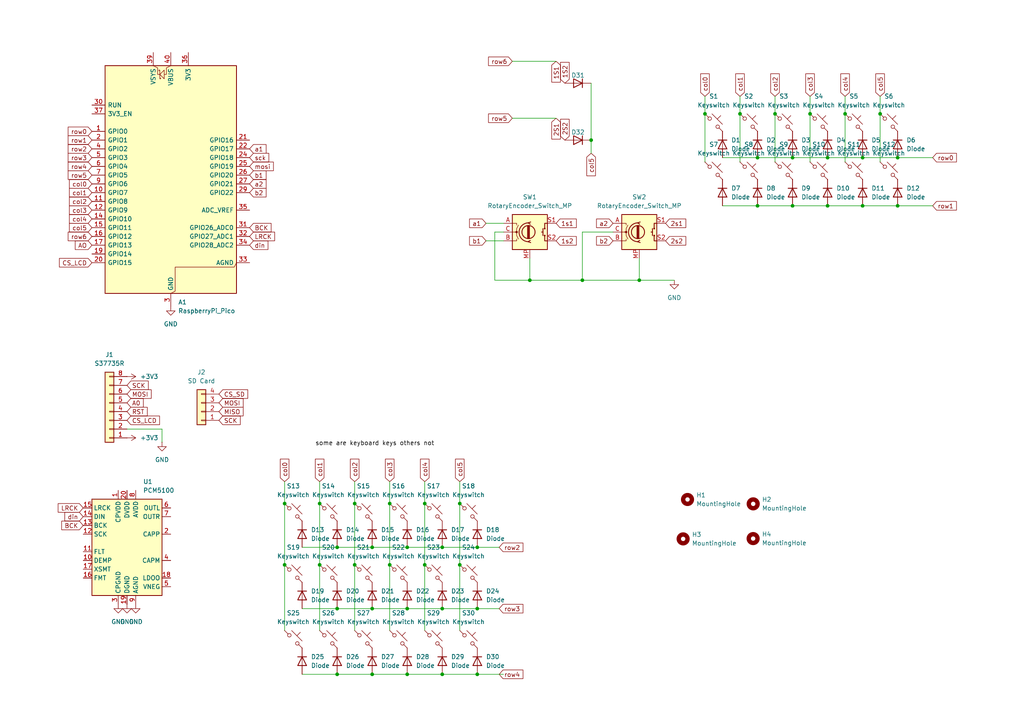
<source format=kicad_sch>
(kicad_sch (version 20250114) (generator "eeschema") (generator_version "9.0")
  (paper "A4")
  (lib_symbols
    (symbol "Audio:PCM5100"
      (property "Reference" "U" (at -10.16 13.97 0))
      (property "Value" "PCM5100" (at 3.81 13.97 0))
      (symbol "PCM5100_1_1"
        (pin input line (at -12.7 10.16 0) (length 2.54) (name "LRCK") (number "15"))
        (pin input line (at -12.7 7.62 0) (length 2.54) (name "DIN") (number "14"))
        (pin input line (at -12.7 5.08 0) (length 2.54) (name "BCK") (number "13"))
        (pin input line (at -12.7 2.54 0) (length 2.54) (name "SCK") (number "12"))
        (pin input line (at -12.7 -2.54 0) (length 2.54) (name "FLT") (number "11"))
        (pin input line (at -12.7 -5.08 0) (length 2.54) (name "DEMP") (number "10"))
        (pin input line (at -12.7 -7.62 0) (length 2.54) (name "XSMT") (number "17"))
        (pin input line (at -12.7 -10.16 0) (length 2.54) (name "FMT") (number "16"))
        (pin passive line (at -2.54 15.24 270) (length 2.54) (name "CPVDD") (number "1"))
        (pin power_in line (at -2.54 -17.78 90) (length 2.54) (name "CPGND") (number "3"))
        (pin power_in line (at 0 15.24 270) (length 2.54) (name "DVDD") (number "20"))
        (pin power_in line (at 0 -17.78 90) (length 2.54) (name "DGND") (number "19"))
        (pin power_in line (at 2.54 15.24 270) (length 2.54) (name "AVDD") (number "8"))
        (pin power_in line (at 2.54 -17.78 90) (length 2.54) (name "AGND") (number "9"))
        (pin output line (at 12.7 10.16 180) (length 2.54) (name "OUTL") (number "6"))
        (pin output line (at 12.7 7.62 180) (length 2.54) (name "OUTR") (number "7"))
        (pin passive line (at 12.7 2.54 180) (length 2.54) (name "CAPP") (number "2"))
        (pin passive line (at 12.7 -5.08 180) (length 2.54) (name "CAPM") (number "4"))
        (pin passive line (at 12.7 -10.16 180) (length 2.54) (name "LDOO") (number "18"))
        (pin passive line (at 12.7 -12.7 180) (length 2.54) (name "VNEG") (number "5"))
      )
    )
    (symbol "Connector_Generic:Conn_01x04" (pin_names (offset 1.016) (hide yes))
      (property "Reference" "J" (at 0 5.08 0))
      (property "Value" "Conn_01x04" (at 0 -7.62 0))
      (symbol "Conn_01x04_1_1"
        (pin passive line (at -5.08 2.54 0) (length 3.81) (name "Pin_1") (number "1"))
        (pin passive line (at -5.08 0 0) (length 3.81) (name "Pin_2") (number "2"))
        (pin passive line (at -5.08 -2.54 0) (length 3.81) (name "Pin_3") (number "3"))
        (pin passive line (at -5.08 -5.08 0) (length 3.81) (name "Pin_4") (number "4"))
      )
    )
    (symbol "Connector_Generic:Conn_01x08" (pin_names (offset 1.016) (hide yes))
      (property "Reference" "J" (at 0 10.16 0))
      (property "Value" "Conn_01x08" (at 0 -12.7 0))
      (symbol "Conn_01x08_1_1"
        (pin passive line (at -5.08 7.62 0) (length 3.81) (name "Pin_1") (number "1"))
        (pin passive line (at -5.08 5.08 0) (length 3.81) (name "Pin_2") (number "2"))
        (pin passive line (at -5.08 2.54 0) (length 3.81) (name "Pin_3") (number "3"))
        (pin passive line (at -5.08 0 0) (length 3.81) (name "Pin_4") (number "4"))
        (pin passive line (at -5.08 -2.54 0) (length 3.81) (name "Pin_5") (number "5"))
        (pin passive line (at -5.08 -5.08 0) (length 3.81) (name "Pin_6") (number "6"))
        (pin passive line (at -5.08 -7.62 0) (length 3.81) (name "Pin_7") (number "7"))
        (pin passive line (at -5.08 -10.16 0) (length 3.81) (name "Pin_8") (number "8"))
      )
    )
    (symbol "Device:RotaryEncoder_Switch_MP" (pin_names (offset 0.254) (hide yes))
      (property "Reference" "SW" (at 0 8.89 0))
      (property "Value" "RotaryEncoder_Switch_MP" (at 0 6.35 0))
      (symbol "RotaryEncoder_Switch_MP_1_1"
        (pin passive line (at -7.62 2.54 0) (length 2.54) (name "A") (number "A"))
        (pin passive line (at -7.62 0 0) (length 2.54) (name "C") (number "C"))
        (pin passive line (at -7.62 -2.54 0) (length 2.54) (name "B") (number "B"))
        (pin passive line (at 0 -7.62 90) (length 2.54) (name "MP") (number "MP"))
        (pin passive line (at 7.62 2.54 180) (length 2.54) (name "S1") (number "S1"))
        (pin passive line (at 7.62 -2.54 180) (length 2.54) (name "S2") (number "S2"))
      )
    )
    (symbol "Diode:1N4148" (pin_numbers (hide yes)) (pin_names (hide yes))
      (property "Reference" "D" (at 0 2.54 0))
      (property "Value" "1N4148" (at 0 -2.54 0))
      (symbol "1N4148_1_1"
        (pin passive line (at -3.81 0 0) (length 2.54) (name "K") (number "1"))
        (pin passive line (at 3.81 0 180) (length 2.54) (name "A") (number "2"))
      )
    )
    (symbol "MCU_Module:RaspberryPi_Pico" (pin_names (offset 0.762))
      (property "Reference" "A" (at -19.05 35.56 0))
      (property "Value" "RaspberryPi_Pico" (at 7.62 35.56 0))
      (symbol "RaspberryPi_Pico_1_1"
        (pin passive line (at -22.86 22.86 0) (length 3.81) (name "RUN") (number "30"))
        (pin passive line (at -22.86 20.32 0) (length 3.81) (name "3V3_EN") (number "37"))
        (pin bidirectional line (at -22.86 15.24 0) (length 3.81) (name "GPIO0") (number "1"))
        (pin bidirectional line (at -22.86 12.7 0) (length 3.81) (name "GPIO1") (number "2"))
        (pin bidirectional line (at -22.86 10.16 0) (length 3.81) (name "GPIO2") (number "4"))
        (pin bidirectional line (at -22.86 7.62 0) (length 3.81) (name "GPIO3") (number "5"))
        (pin bidirectional line (at -22.86 5.08 0) (length 3.81) (name "GPIO4") (number "6"))
        (pin bidirectional line (at -22.86 2.54 0) (length 3.81) (name "GPIO5") (number "7"))
        (pin bidirectional line (at -22.86 0 0) (length 3.81) (name "GPIO6") (number "9"))
        (pin bidirectional line (at -22.86 -2.54 0) (length 3.81) (name "GPIO7") (number "10"))
        (pin bidirectional line (at -22.86 -5.08 0) (length 3.81) (name "GPIO8") (number "11"))
        (pin bidirectional line (at -22.86 -7.62 0) (length 3.81) (name "GPIO9") (number "12"))
        (pin bidirectional line (at -22.86 -10.16 0) (length 3.81) (name "GPIO10") (number "14"))
        (pin bidirectional line (at -22.86 -12.7 0) (length 3.81) (name "GPIO11") (number "15"))
        (pin bidirectional line (at -22.86 -15.24 0) (length 3.81) (name "GPIO12") (number "16"))
        (pin bidirectional line (at -22.86 -17.78 0) (length 3.81) (name "GPIO13") (number "17"))
        (pin bidirectional line (at -22.86 -20.32 0) (length 3.81) (name "GPIO14") (number "19"))
        (pin bidirectional line (at -22.86 -22.86 0) (length 3.81) (name "GPIO15") (number "20"))
        (pin power_in line (at -5.08 38.1 270) (length 3.81) (name "VSYS") (number "39"))
        (pin power_out line (at 0 38.1 270) (length 3.81) (name "VBUS") (number "40"))
        (pin passive line (at 0 -35.56 90) (length 3.81) (hide yes) (name "GND") (number "13"))
        (pin passive line (at 0 -35.56 90) (length 3.81) (hide yes) (name "GND") (number "18"))
        (pin passive line (at 0 -35.56 90) (length 3.81) (hide yes) (name "GND") (number "23"))
        (pin passive line (at 0 -35.56 90) (length 3.81) (hide yes) (name "GND") (number "28"))
        (pin power_out line (at 0 -35.56 90) (length 3.81) (name "GND") (number "3"))
        (pin passive line (at 0 -35.56 90) (length 3.81) (hide yes) (name "GND") (number "38"))
        (pin passive line (at 0 -35.56 90) (length 3.81) (hide yes) (name "GND") (number "8"))
        (pin power_out line (at 5.08 38.1 270) (length 3.81) (name "3V3") (number "36"))
        (pin bidirectional line (at 22.86 12.7 180) (length 3.81) (name "GPIO16") (number "21"))
        (pin bidirectional line (at 22.86 10.16 180) (length 3.81) (name "GPIO17") (number "22"))
        (pin bidirectional line (at 22.86 7.62 180) (length 3.81) (name "GPIO18") (number "24"))
        (pin bidirectional line (at 22.86 5.08 180) (length 3.81) (name "GPIO19") (number "25"))
        (pin bidirectional line (at 22.86 2.54 180) (length 3.81) (name "GPIO20") (number "26"))
        (pin bidirectional line (at 22.86 0 180) (length 3.81) (name "GPIO21") (number "27"))
        (pin bidirectional line (at 22.86 -2.54 180) (length 3.81) (name "GPIO22") (number "29"))
        (pin power_in line (at 22.86 -7.62 180) (length 3.81) (name "ADC_VREF") (number "35"))
        (pin bidirectional line (at 22.86 -12.7 180) (length 3.81) (name "GPIO26_ADC0") (number "31"))
        (pin bidirectional line (at 22.86 -15.24 180) (length 3.81) (name "GPIO27_ADC1") (number "32"))
        (pin bidirectional line (at 22.86 -17.78 180) (length 3.81) (name "GPIO28_ADC2") (number "34"))
        (pin power_out line (at 22.86 -22.86 180) (length 3.81) (name "AGND") (number "33"))
      )
    )
    (symbol "Mechanical:MountingHole" (pin_names (offset 1.016)) (in_bom no)
      (property "Reference" "H" (at 0 5.08 0))
      (property "Value" "MountingHole" (at 0 3.175 0))
    )
    (symbol "ScottoKeebs:Placeholder_Diode" (pin_numbers (hide yes)) (pin_names (hide yes))
      (property "Reference" "D" (at 0 2.54 0))
      (property "Value" "Diode" (at 0 -2.54 0))
      (symbol "Placeholder_Diode_1_1"
        (pin passive line (at -3.81 0 0) (length 2.54) (name "K") (number "1"))
        (pin passive line (at 3.81 0 180) (length 2.54) (name "A") (number "2"))
      )
    )
    (symbol "ScottoKeebs:Placeholder_Keyswitch" (pin_numbers (hide yes)) (pin_names (offset 1.016) (hide yes))
      (property "Reference" "S" (at 3.048 1.016 0))
      (property "Value" "Keyswitch" (at 0 -3.81 0))
      (symbol "Placeholder_Keyswitch_0_1"
        (pin passive line (at -2.54 2.54 0) (length 0) (name "1") (number "1"))
        (pin passive line (at 2.54 -2.54 180) (length 0) (name "2") (number "2"))
      )
    )
    (symbol "power:+3V3" (power) (pin_numbers (hide yes)) (pin_names (offset 0) (hide yes))
      (property "Value" "+3V3" (at 0 3.556 0))
      (symbol "+3V3_1_1"
        (pin power_in line (at 0 0 90) (length 0) (name "~") (number "1"))
      )
    )
    (symbol "power:GND" (power) (pin_numbers (hide yes)) (pin_names (offset 0) (hide yes))
      (property "Value" "GND" (at 0 -3.81 0))
      (symbol "GND_1_1"
        (pin power_in line (at 0 0 270) (length 0) (name "~") (number "1"))
      )
    )
  )
  (junction (at 113.03 146.05))
  (junction (at 255.27 33.02))
  (junction (at 260.35 45.72))
  (junction (at 97.79 195.58))
  (junction (at 204.47 33.02))
  (junction (at 250.19 45.72))
  (junction (at 97.79 158.75))
  (junction (at 234.95 33.02))
  (junction (at 138.43 176.53))
  (junction (at 185.42 81.28))
  (junction (at 118.11 158.75))
  (junction (at 245.11 33.02))
  (junction (at 102.87 146.05))
  (junction (at 168.91 81.28))
  (junction (at 224.79 33.02))
  (junction (at 82.55 146.05))
  (junction (at 240.03 59.69))
  (junction (at 123.19 146.05))
  (junction (at 260.35 59.69))
  (junction (at 118.11 176.53))
  (junction (at 138.43 195.58))
  (junction (at 171.45 40.64))
  (junction (at 229.87 59.69))
  (junction (at 133.35 163.83))
  (junction (at 97.79 176.53))
  (junction (at 107.95 195.58))
  (junction (at 128.27 195.58))
  (junction (at 92.71 146.05))
  (junction (at 219.71 59.69))
  (junction (at 128.27 176.53))
  (junction (at 107.95 158.75))
  (junction (at 138.43 158.75))
  (junction (at 240.03 45.72))
  (junction (at 219.71 45.72))
  (junction (at 153.67 81.28))
  (junction (at 113.03 163.83))
  (junction (at 214.63 33.02))
  (junction (at 82.55 163.83))
  (junction (at 118.11 195.58))
  (junction (at 123.19 163.83))
  (junction (at 102.87 163.83))
  (junction (at 133.35 146.05))
  (junction (at 250.19 59.69))
  (junction (at 107.95 176.53))
  (junction (at 229.87 45.72))
  (junction (at 128.27 158.75))
  (junction (at 92.71 163.83))
  (wire (pts (xy 133.35 139.7) (xy 133.35 146.05)))
  (wire (pts (xy 140.97 69.85) (xy 146.05 69.85)))
  (wire (pts (xy 128.27 176.53) (xy 138.43 176.53)))
  (wire (pts (xy 143.51 67.31) (xy 146.05 67.31)))
  (wire (pts (xy 144.78 176.53) (xy 138.43 176.53)))
  (wire (pts (xy 260.35 59.69) (xy 270.51 59.69)))
  (wire (pts (xy 102.87 163.83) (xy 102.87 182.88)))
  (wire (pts (xy 128.27 158.75) (xy 138.43 158.75)))
  (wire (pts (xy 36.83 124.46) (xy 46.99 124.46)))
  (wire (pts (xy 133.35 146.05) (xy 133.35 163.83)))
  (wire (pts (xy 118.11 176.53) (xy 128.27 176.53)))
  (wire (pts (xy 224.79 27.94) (xy 224.79 33.02)))
  (wire (pts (xy 214.63 33.02) (xy 214.63 46.99)))
  (wire (pts (xy 177.8 67.31) (xy 168.91 67.31)))
  (wire (pts (xy 229.87 45.72) (xy 240.03 45.72)))
  (wire (pts (xy 219.71 45.72) (xy 229.87 45.72)))
  (wire (pts (xy 113.03 146.05) (xy 113.03 163.83)))
  (wire (pts (xy 209.55 45.72) (xy 219.71 45.72)))
  (wire (pts (xy 107.95 195.58) (xy 118.11 195.58)))
  (wire (pts (xy 113.03 163.83) (xy 113.03 182.88)))
  (wire (pts (xy 153.67 81.28) (xy 143.51 81.28)))
  (wire (pts (xy 245.11 33.02) (xy 245.11 46.99)))
  (wire (pts (xy 92.71 139.7) (xy 92.71 146.05)))
  (wire (pts (xy 255.27 27.94) (xy 255.27 33.02)))
  (wire (pts (xy 107.95 176.53) (xy 118.11 176.53)))
  (wire (pts (xy 82.55 139.7) (xy 82.55 146.05)))
  (wire (pts (xy 229.87 59.69) (xy 240.03 59.69)))
  (wire (pts (xy 214.63 27.94) (xy 214.63 33.02)))
  (wire (pts (xy 87.63 176.53) (xy 97.79 176.53)))
  (wire (pts (xy 133.35 163.83) (xy 133.35 182.88)))
  (wire (pts (xy 148.59 34.29) (xy 161.29 34.29)))
  (wire (pts (xy 102.87 139.7) (xy 102.87 146.05)))
  (wire (pts (xy 140.97 64.77) (xy 146.05 64.77)))
  (wire (pts (xy 143.51 81.28) (xy 143.51 67.31)))
  (wire (pts (xy 97.79 195.58) (xy 107.95 195.58)))
  (wire (pts (xy 92.71 163.83) (xy 92.71 182.88)))
  (wire (pts (xy 97.79 176.53) (xy 107.95 176.53)))
  (wire (pts (xy 260.35 45.72) (xy 270.51 45.72)))
  (wire (pts (xy 82.55 146.05) (xy 82.55 163.83)))
  (wire (pts (xy 168.91 81.28) (xy 185.42 81.28)))
  (wire (pts (xy 245.11 27.94) (xy 245.11 33.02)))
  (wire (pts (xy 138.43 195.58) (xy 128.27 195.58)))
  (wire (pts (xy 250.19 45.72) (xy 260.35 45.72)))
  (wire (pts (xy 92.71 146.05) (xy 92.71 163.83)))
  (wire (pts (xy 118.11 195.58) (xy 128.27 195.58)))
  (wire (pts (xy 102.87 146.05) (xy 102.87 163.83)))
  (wire (pts (xy 204.47 27.94) (xy 204.47 33.02)))
  (wire (pts (xy 234.95 33.02) (xy 234.95 46.99)))
  (wire (pts (xy 171.45 24.13) (xy 171.45 40.64)))
  (wire (pts (xy 107.95 158.75) (xy 118.11 158.75)))
  (wire (pts (xy 138.43 158.75) (xy 144.78 158.75)))
  (wire (pts (xy 168.91 67.31) (xy 168.91 81.28)))
  (wire (pts (xy 87.63 158.75) (xy 97.79 158.75)))
  (wire (pts (xy 250.19 59.69) (xy 260.35 59.69)))
  (wire (pts (xy 255.27 33.02) (xy 255.27 46.99)))
  (wire (pts (xy 97.79 158.75) (xy 107.95 158.75)))
  (wire (pts (xy 153.67 74.93) (xy 153.67 81.28)))
  (wire (pts (xy 234.95 27.94) (xy 234.95 33.02)))
  (wire (pts (xy 153.67 81.28) (xy 168.91 81.28)))
  (wire (pts (xy 209.55 59.69) (xy 219.71 59.69)))
  (wire (pts (xy 185.42 81.28) (xy 185.42 74.93)))
  (wire (pts (xy 87.63 195.58) (xy 97.79 195.58)))
  (wire (pts (xy 118.11 158.75) (xy 128.27 158.75)))
  (wire (pts (xy 204.47 33.02) (xy 204.47 46.99)))
  (wire (pts (xy 224.79 33.02) (xy 224.79 46.99)))
  (wire (pts (xy 171.45 40.64) (xy 171.45 44.45)))
  (wire (pts (xy 123.19 146.05) (xy 123.19 163.83)))
  (wire (pts (xy 138.43 195.58) (xy 146.05 195.58)))
  (wire (pts (xy 113.03 139.7) (xy 113.03 146.05)))
  (wire (pts (xy 46.99 124.46) (xy 46.99 128.27)))
  (wire (pts (xy 195.58 81.28) (xy 185.42 81.28)))
  (wire (pts (xy 240.03 59.69) (xy 250.19 59.69)))
  (wire (pts (xy 123.19 163.83) (xy 123.19 182.88)))
  (wire (pts (xy 82.55 163.83) (xy 82.55 182.88)))
  (wire (pts (xy 240.03 45.72) (xy 250.19 45.72)))
  (wire (pts (xy 123.19 139.7) (xy 123.19 146.05)))
  (wire (pts (xy 148.59 17.78) (xy 161.29 17.78)))
  (wire (pts (xy 219.71 59.69) (xy 229.87 59.69)))
  (label "some are keyboard keys others not" (at 91.44 129.54 0))
  (global_label "MOSI" (shape input) (at 36.83 114.3 0) (property "Intersheetrefs" "${INTERSHEET_REFS}" (effects (hide yes))))
  (global_label "2S2" (shape input) (at 163.83 40.64 90) (property "Intersheetrefs" "${INTERSHEET_REFS}" (effects (hide yes))))
  (global_label "row2" (shape input) (at 26.67 43.18 180) (property "Intersheetrefs" "${INTERSHEET_REFS}" (effects (hide yes))))
  (global_label "col4" (shape input) (at 123.19 139.7 90) (property "Intersheetrefs" "${INTERSHEET_REFS}" (effects (hide yes))))
  (global_label "a2" (shape input) (at 72.39 53.34 0) (property "Intersheetrefs" "${INTERSHEET_REFS}" (effects (hide yes))))
  (global_label "a2" (shape input) (at 177.8 64.77 180) (property "Intersheetrefs" "${INTERSHEET_REFS}" (effects (hide yes))))
  (global_label "col5" (shape input) (at 26.67 66.04 180) (property "Intersheetrefs" "${INTERSHEET_REFS}" (effects (hide yes))))
  (global_label "col5" (shape input) (at 133.35 139.7 90) (property "Intersheetrefs" "${INTERSHEET_REFS}" (effects (hide yes))))
  (global_label "CS_LCD" (shape input) (at 26.67 76.2 180) (property "Intersheetrefs" "${INTERSHEET_REFS}" (effects (hide yes))))
  (global_label "row6" (shape input) (at 26.67 68.58 180) (property "Intersheetrefs" "${INTERSHEET_REFS}" (effects (hide yes))))
  (global_label "row4" (shape input) (at 26.67 48.26 180) (property "Intersheetrefs" "${INTERSHEET_REFS}" (effects (hide yes))))
  (global_label "LRCK" (shape input) (at 24.13 147.32 180) (property "Intersheetrefs" "${INTERSHEET_REFS}" (effects (hide yes))))
  (global_label "col2" (shape input) (at 26.67 58.42 180) (property "Intersheetrefs" "${INTERSHEET_REFS}" (effects (hide yes))))
  (global_label "row3" (shape input) (at 26.67 45.72 180) (property "Intersheetrefs" "${INTERSHEET_REFS}" (effects (hide yes))))
  (global_label "col2" (shape input) (at 102.87 139.7 90) (property "Intersheetrefs" "${INTERSHEET_REFS}" (effects (hide yes))))
  (global_label "a1" (shape input) (at 140.97 64.77 180) (property "Intersheetrefs" "${INTERSHEET_REFS}" (effects (hide yes))))
  (global_label "AO" (shape input) (at 26.67 71.12 180) (property "Intersheetrefs" "${INTERSHEET_REFS}" (effects (hide yes))))
  (global_label "2S1" (shape input) (at 161.29 34.29 270) (property "Intersheetrefs" "${INTERSHEET_REFS}" (effects (hide yes))))
  (global_label "2s2" (shape input) (at 193.04 69.85 0) (property "Intersheetrefs" "${INTERSHEET_REFS}" (effects (hide yes))))
  (global_label "b1" (shape input) (at 72.39 50.8 0) (property "Intersheetrefs" "${INTERSHEET_REFS}" (effects (hide yes))))
  (global_label "row0" (shape input) (at 270.51 45.72 0) (property "Intersheetrefs" "${INTERSHEET_REFS}" (effects (hide yes))))
  (global_label "row5" (shape input) (at 148.59 34.29 180) (property "Intersheetrefs" "${INTERSHEET_REFS}" (effects (hide yes))))
  (global_label "col5" (shape input) (at 171.45 44.45 270) (effects (font (italic yes))) (property "Intersheetrefs" "${INTERSHEET_REFS}" (effects (hide yes))))
  (global_label "sck" (shape input) (at 72.39 45.72 0) (property "Intersheetrefs" "${INTERSHEET_REFS}" (effects (hide yes))))
  (global_label "col1" (shape input) (at 92.71 139.7 90) (property "Intersheetrefs" "${INTERSHEET_REFS}" (effects (hide yes))))
  (global_label "RST" (shape input) (at 36.83 119.38 0) (property "Intersheetrefs" "${INTERSHEET_REFS}" (effects (hide yes))))
  (global_label "SCK" (shape input) (at 63.5 121.92 0) (property "Intersheetrefs" "${INTERSHEET_REFS}" (effects (hide yes))))
  (global_label "col3" (shape input) (at 113.03 139.7 90) (property "Intersheetrefs" "${INTERSHEET_REFS}" (effects (hide yes))))
  (global_label "col1" (shape input) (at 26.67 55.88 180) (property "Intersheetrefs" "${INTERSHEET_REFS}" (effects (hide yes))))
  (global_label "col0" (shape input) (at 204.47 27.94 90) (property "Intersheetrefs" "${INTERSHEET_REFS}" (effects (hide yes))))
  (global_label "row1" (shape input) (at 270.51 59.69 0) (property "Intersheetrefs" "${INTERSHEET_REFS}" (effects (hide yes))))
  (global_label "col0" (shape input) (at 82.55 139.7 90) (property "Intersheetrefs" "${INTERSHEET_REFS}" (effects (hide yes))))
  (global_label "col4" (shape input) (at 245.11 27.94 90) (property "Intersheetrefs" "${INTERSHEET_REFS}" (effects (hide yes))))
  (global_label "MOSI" (shape input) (at 63.5 116.84 0) (property "Intersheetrefs" "${INTERSHEET_REFS}" (effects (hide yes))))
  (global_label "b2" (shape input) (at 177.8 69.85 180) (property "Intersheetrefs" "${INTERSHEET_REFS}" (effects (hide yes))))
  (global_label "A0" (shape input) (at 36.83 116.84 0) (property "Intersheetrefs" "${INTERSHEET_REFS}" (effects (hide yes))))
  (global_label "MISO" (shape input) (at 63.5 119.38 0) (property "Intersheetrefs" "${INTERSHEET_REFS}" (effects (hide yes))))
  (global_label "row1" (shape input) (at 26.67 40.64 180) (property "Intersheetrefs" "${INTERSHEET_REFS}" (effects (hide yes))))
  (global_label "col2" (shape input) (at 224.79 27.94 90) (property "Intersheetrefs" "${INTERSHEET_REFS}" (effects (hide yes))))
  (global_label "BCK" (shape input) (at 24.13 152.4 180) (property "Intersheetrefs" "${INTERSHEET_REFS}" (effects (hide yes))))
  (global_label "BCK" (shape input) (at 72.39 66.04 0) (property "Intersheetrefs" "${INTERSHEET_REFS}" (effects (hide yes))))
  (global_label "LRCK" (shape input) (at 72.39 68.58 0) (property "Intersheetrefs" "${INTERSHEET_REFS}" (effects (hide yes))))
  (global_label "row3" (shape input) (at 144.78 176.53 0) (property "Intersheetrefs" "${INTERSHEET_REFS}" (effects (hide yes))))
  (global_label "row6" (shape input) (at 148.59 17.78 180) (property "Intersheetrefs" "${INTERSHEET_REFS}" (effects (hide yes))))
  (global_label "din" (shape input) (at 24.13 149.86 180) (property "Intersheetrefs" "${INTERSHEET_REFS}" (effects (hide yes))))
  (global_label "1s2" (shape input) (at 161.29 69.85 0) (property "Intersheetrefs" "${INTERSHEET_REFS}" (effects (hide yes))))
  (global_label "1s1" (shape input) (at 161.29 64.77 0) (property "Intersheetrefs" "${INTERSHEET_REFS}" (effects (hide yes))))
  (global_label "col5" (shape input) (at 255.27 27.94 90) (property "Intersheetrefs" "${INTERSHEET_REFS}" (effects (hide yes))))
  (global_label "1S2" (shape input) (at 163.83 24.13 90) (property "Intersheetrefs" "${INTERSHEET_REFS}" (effects (hide yes))))
  (global_label "1S1" (shape input) (at 161.29 17.78 270) (property "Intersheetrefs" "${INTERSHEET_REFS}" (effects (hide yes))))
  (global_label "row5" (shape input) (at 26.67 50.8 180) (property "Intersheetrefs" "${INTERSHEET_REFS}" (effects (hide yes))))
  (global_label "b1" (shape input) (at 140.97 69.85 180) (property "Intersheetrefs" "${INTERSHEET_REFS}" (effects (hide yes))))
  (global_label "col3" (shape input) (at 26.67 60.96 180) (property "Intersheetrefs" "${INTERSHEET_REFS}" (effects (hide yes))))
  (global_label "CS_SD" (shape input) (at 63.5 114.3 0) (property "Intersheetrefs" "${INTERSHEET_REFS}" (effects (hide yes))))
  (global_label "b2" (shape input) (at 72.39 55.88 0) (property "Intersheetrefs" "${INTERSHEET_REFS}" (effects (hide yes))))
  (global_label "row4" (shape input) (at 144.78 195.58 0) (property "Intersheetrefs" "${INTERSHEET_REFS}" (effects (hide yes))))
  (global_label "col3" (shape input) (at 234.95 27.94 90) (property "Intersheetrefs" "${INTERSHEET_REFS}" (effects (hide yes))))
  (global_label "SCK" (shape input) (at 36.83 111.76 0) (property "Intersheetrefs" "${INTERSHEET_REFS}" (effects (hide yes))))
  (global_label "row0" (shape input) (at 26.67 38.1 180) (property "Intersheetrefs" "${INTERSHEET_REFS}" (effects (hide yes))))
  (global_label "col4" (shape input) (at 26.67 63.5 180) (property "Intersheetrefs" "${INTERSHEET_REFS}" (effects (hide yes))))
  (global_label "mosi" (shape input) (at 72.39 48.26 0) (property "Intersheetrefs" "${INTERSHEET_REFS}" (effects (hide yes))))
  (global_label "col0" (shape input) (at 26.67 53.34 180) (property "Intersheetrefs" "${INTERSHEET_REFS}" (effects (hide yes))))
  (global_label "CS_LCD" (shape input) (at 36.83 121.92 0) (property "Intersheetrefs" "${INTERSHEET_REFS}" (effects (hide yes))))
  (global_label "din" (shape input) (at 72.39 71.12 0) (property "Intersheetrefs" "${INTERSHEET_REFS}" (effects (hide yes))))
  (global_label "col1" (shape input) (at 214.63 27.94 90) (property "Intersheetrefs" "${INTERSHEET_REFS}" (effects (hide yes))))
  (global_label "row2" (shape input) (at 144.78 158.75 0) (property "Intersheetrefs" "${INTERSHEET_REFS}" (effects (hide yes))))
  (global_label "a1" (shape input) (at 72.39 43.18 0) (property "Intersheetrefs" "${INTERSHEET_REFS}" (effects (hide yes))))
  (global_label "2s1" (shape input) (at 193.04 64.77 0) (property "Intersheetrefs" "${INTERSHEET_REFS}" (effects (hide yes))))
  (symbol (lib_id "ScottoKeebs:Placeholder_Diode") (at 128.27 154.94 270) (unit 1)
    (property "Reference" "D17" (at 130.81 153.6699 90) (effects (justify left)))
    (property "Value" "Diode" (at 130.81 156.2099 90) (effects (justify left)))
    (property "Footprint" "ScottoKeebs_Components:Diode_DO-35" (effects (hide yes)))
    (property "Description" "1N4148 (DO-35) or 1N4148W (SOD-123)" (effects (hide yes)))
    (property "Sim.Device" "D" (effects (hide yes)))
    (property "Sim.Pins" "1=K 2=A" (effects (hide yes)))
  )
  (symbol (lib_id "ScottoKeebs:Placeholder_Keyswitch") (at 237.49 35.56 0) (unit 1)
    (property "Reference" "S4" (at 237.49 27.94 0))
    (property "Value" "Keyswitch" (at 237.49 30.48 0))
    (property "Footprint" "ScottoKeebs_MX:MX_PCB_1.00u" (effects (hide yes)))
    (property "Description" "Push button switch, normally open, two pins, 45° tilted" (effects (hide yes)))
  )
  (symbol (lib_id "ScottoKeebs:Placeholder_Keyswitch") (at 125.73 148.59 0) (unit 1)
    (property "Reference" "S17" (at 125.73 140.97 0))
    (property "Value" "Keyswitch" (at 125.73 143.51 0))
    (property "Footprint" "ScottoKeebs_MX:MX_PCB_1.00u" (effects (hide yes)))
    (property "Description" "Push button switch, normally open, two pins, 45° tilted" (effects (hide yes)))
  )
  (symbol (lib_id "power:GND") (at 46.99 128.27 0) (unit 1)
    (property "Reference" "#PWR09" (effects (hide yes)))
    (property "Value" "GND" (at 46.99 133.35 0))
    (property "Description" "Power symbol creates a global label with name \"GND\" , ground" (effects (hide yes)))
  )
  (symbol (lib_id "ScottoKeebs:Placeholder_Diode") (at 87.63 154.94 270) (unit 1)
    (property "Reference" "D13" (at 90.17 153.6699 90) (effects (justify left)))
    (property "Value" "Diode" (at 90.17 156.2099 90) (effects (justify left)))
    (property "Footprint" "ScottoKeebs_Components:Diode_DO-35" (effects (hide yes)))
    (property "Description" "1N4148 (DO-35) or 1N4148W (SOD-123)" (effects (hide yes)))
    (property "Sim.Device" "D" (effects (hide yes)))
    (property "Sim.Pins" "1=K 2=A" (effects (hide yes)))
  )
  (symbol (lib_id "ScottoKeebs:Placeholder_Diode") (at 250.19 41.91 270) (unit 1)
    (property "Reference" "D5" (at 252.73 40.6399 90) (effects (justify left)))
    (property "Value" "Diode" (at 252.73 43.1799 90) (effects (justify left)))
    (property "Footprint" "ScottoKeebs_Components:Diode_DO-35" (effects (hide yes)))
    (property "Description" "1N4148 (DO-35) or 1N4148W (SOD-123)" (effects (hide yes)))
    (property "Sim.Device" "D" (effects (hide yes)))
    (property "Sim.Pins" "1=K 2=A" (effects (hide yes)))
  )
  (symbol (lib_id "ScottoKeebs:Placeholder_Keyswitch") (at 135.89 185.42 0) (unit 1)
    (property "Reference" "S30" (at 135.89 177.8 0))
    (property "Value" "Keyswitch" (at 135.89 180.34 0))
    (property "Footprint" "ScottoKeebs_MX:MX_PCB_1.00u" (effects (hide yes)))
    (property "Description" "Push button switch, normally open, two pins, 45° tilted" (effects (hide yes)))
  )
  (symbol (lib_id "ScottoKeebs:Placeholder_Keyswitch") (at 135.89 148.59 0) (unit 1)
    (property "Reference" "S18" (at 135.89 140.97 0))
    (property "Value" "Keyswitch" (at 135.89 143.51 0))
    (property "Footprint" "ScottoKeebs_MX:MX_PCB_1.00u" (effects (hide yes)))
    (property "Description" "Push button switch, normally open, two pins, 45° tilted" (effects (hide yes)))
  )
  (symbol (lib_id "ScottoKeebs:Placeholder_Keyswitch") (at 105.41 166.37 0) (unit 1)
    (property "Reference" "S21" (at 105.41 158.75 0))
    (property "Value" "Keyswitch" (at 105.41 161.29 0))
    (property "Footprint" "ScottoKeebs_MX:MX_PCB_1.00u" (effects (hide yes)))
    (property "Description" "Push button switch, normally open, two pins, 45° tilted" (effects (hide yes)))
  )
  (symbol (lib_id "ScottoKeebs:Placeholder_Keyswitch") (at 207.01 49.53 0) (unit 1)
    (property "Reference" "S7" (at 207.01 41.91 0))
    (property "Value" "Keyswitch" (at 207.01 44.45 0))
    (property "Footprint" "ScottoKeebs_MX:MX_PCB_1.00u" (effects (hide yes)))
    (property "Description" "Push button switch, normally open, two pins, 45° tilted" (effects (hide yes)))
  )
  (symbol (lib_id "power:GND") (at 49.53 88.9 0) (unit 1)
    (property "Reference" "#PWR01" (effects (hide yes)))
    (property "Value" "GND" (at 49.53 93.98 0))
    (property "Description" "Power symbol creates a global label with name \"GND\" , ground" (effects (hide yes)))
  )
  (symbol (lib_id "ScottoKeebs:Placeholder_Diode") (at 87.63 172.72 270) (unit 1)
    (property "Reference" "D19" (at 90.17 171.4499 90) (effects (justify left)))
    (property "Value" "Diode" (at 90.17 173.9899 90) (effects (justify left)))
    (property "Footprint" "ScottoKeebs_Components:Diode_DO-35" (effects (hide yes)))
    (property "Description" "1N4148 (DO-35) or 1N4148W (SOD-123)" (effects (hide yes)))
    (property "Sim.Device" "D" (effects (hide yes)))
    (property "Sim.Pins" "1=K 2=A" (effects (hide yes)))
  )
  (symbol (lib_id "MCU_Module:RaspberryPi_Pico") (at 49.53 53.34 0) (unit 1)
    (property "Reference" "A1" (at 51.6733 87.63 0) (effects (justify left)))
    (property "Value" "RaspberryPi_Pico" (at 51.6733 90.17 0) (effects (justify left)))
    (property "Footprint" "Module:RaspberryPi_Pico_Common_Unspecified" (effects (hide yes)))
    (property "Datasheet" "https://datasheets.raspberrypi.com/pico/pico-datasheet.pdf" (effects (hide yes)))
    (property "Description" "Versatile and inexpensive microcontroller module powered by RP2040 dual-core Arm Cortex-M0+ processor up to 133 MHz, 264kB SRAM, 2MB QSPI flash; also supports Raspberry Pi Pico 2" (effects (hide yes)))
  )
  (symbol (lib_id "ScottoKeebs:Placeholder_Keyswitch") (at 95.25 148.59 0) (unit 1)
    (property "Reference" "S14" (at 95.25 140.97 0))
    (property "Value" "Keyswitch" (at 95.25 143.51 0))
    (property "Footprint" "ScottoKeebs_MX:MX_PCB_1.00u" (effects (hide yes)))
    (property "Description" "Push button switch, normally open, two pins, 45° tilted" (effects (hide yes)))
  )
  (symbol (lib_id "Device:RotaryEncoder_Switch_MP") (at 153.67 67.31 0) (unit 1)
    (property "Reference" "SW1" (at 153.67 57.15 0))
    (property "Value" "RotaryEncoder_Switch_MP" (at 153.67 59.69 0))
    (property "Footprint" "Rotary_Encoder:RotaryEncoder_Alps_EC11E-Switch_Vertical_H20mm" (effects (hide yes)))
    (property "Description" "Rotary encoder, dual channel, incremental quadrate outputs, with switch and MP Pin" (effects (hide yes)))
  )
  (symbol (lib_id "ScottoKeebs:Placeholder_Keyswitch") (at 95.25 166.37 0) (unit 1)
    (property "Reference" "S20" (at 95.25 158.75 0))
    (property "Value" "Keyswitch" (at 95.25 161.29 0))
    (property "Footprint" "ScottoKeebs_MX:MX_PCB_1.00u" (effects (hide yes)))
    (property "Description" "Push button switch, normally open, two pins, 45° tilted" (effects (hide yes)))
  )
  (symbol (lib_id "power:GND") (at 195.58 81.28 0) (unit 1)
    (property "Reference" "#PWR03" (effects (hide yes)))
    (property "Value" "GND" (at 195.58 86.36 0))
    (property "Description" "Power symbol creates a global label with name \"GND\" , ground" (effects (hide yes)))
  )
  (symbol (lib_id "ScottoKeebs:Placeholder_Diode") (at 118.11 154.94 270) (unit 1)
    (property "Reference" "D16" (at 120.65 153.6699 90) (effects (justify left)))
    (property "Value" "Diode" (at 120.65 156.2099 90) (effects (justify left)))
    (property "Footprint" "ScottoKeebs_Components:Diode_DO-35" (effects (hide yes)))
    (property "Description" "1N4148 (DO-35) or 1N4148W (SOD-123)" (effects (hide yes)))
    (property "Sim.Device" "D" (effects (hide yes)))
    (property "Sim.Pins" "1=K 2=A" (effects (hide yes)))
  )
  (symbol (lib_id "ScottoKeebs:Placeholder_Keyswitch") (at 227.33 49.53 0) (unit 1)
    (property "Reference" "S9" (at 227.33 41.91 0))
    (property "Value" "Keyswitch" (at 227.33 44.45 0))
    (property "Footprint" "ScottoKeebs_MX:MX_PCB_1.00u" (effects (hide yes)))
    (property "Description" "Push button switch, normally open, two pins, 45° tilted" (effects (hide yes)))
  )
  (symbol (lib_id "Mechanical:MountingHole") (at 198.1393 156.3017 0) (unit 1) (in_bom no)
    (property "Reference" "H3" (at 200.6793 155.0316 0) (effects (justify left)))
    (property "Value" "MountingHole" (at 200.6793 157.5716 0) (effects (justify left)))
    (property "Footprint" "MountingHole:MountingHole_3.2mm_M3" (effects (hide yes)))
    (property "Description" "Mounting Hole without connection" (effects (hide yes)))
  )
  (symbol (lib_id "ScottoKeebs:Placeholder_Keyswitch") (at 85.09 185.42 0) (unit 1)
    (property "Reference" "S25" (at 85.09 177.8 0))
    (property "Value" "Keyswitch" (at 85.09 180.34 0))
    (property "Footprint" "ScottoKeebs_MX:MX_PCB_1.00u" (effects (hide yes)))
    (property "Description" "Push button switch, normally open, two pins, 45° tilted" (effects (hide yes)))
  )
  (symbol (lib_id "ScottoKeebs:Placeholder_Diode") (at 118.11 172.72 270) (unit 1)
    (property "Reference" "D22" (at 120.65 171.4499 90) (effects (justify left)))
    (property "Value" "Diode" (at 120.65 173.9899 90) (effects (justify left)))
    (property "Footprint" "ScottoKeebs_Components:Diode_DO-35" (effects (hide yes)))
    (property "Description" "1N4148 (DO-35) or 1N4148W (SOD-123)" (effects (hide yes)))
    (property "Sim.Device" "D" (effects (hide yes)))
    (property "Sim.Pins" "1=K 2=A" (effects (hide yes)))
  )
  (symbol (lib_id "ScottoKeebs:Placeholder_Keyswitch") (at 115.57 166.37 0) (unit 1)
    (property "Reference" "S22" (at 115.57 158.75 0))
    (property "Value" "Keyswitch" (at 115.57 161.29 0))
    (property "Footprint" "ScottoKeebs_MX:MX_PCB_1.00u" (effects (hide yes)))
    (property "Description" "Push button switch, normally open, two pins, 45° tilted" (effects (hide yes)))
  )
  (symbol (lib_id "ScottoKeebs:Placeholder_Diode") (at 260.35 41.91 270) (unit 1)
    (property "Reference" "D6" (at 262.89 40.6399 90) (effects (justify left)))
    (property "Value" "Diode" (at 262.89 43.1799 90) (effects (justify left)))
    (property "Footprint" "ScottoKeebs_Components:Diode_DO-35" (effects (hide yes)))
    (property "Description" "1N4148 (DO-35) or 1N4148W (SOD-123)" (effects (hide yes)))
    (property "Sim.Device" "D" (effects (hide yes)))
    (property "Sim.Pins" "1=K 2=A" (effects (hide yes)))
  )
  (symbol (lib_id "ScottoKeebs:Placeholder_Keyswitch") (at 125.73 185.42 0) (unit 1)
    (property "Reference" "S29" (at 125.73 177.8 0))
    (property "Value" "Keyswitch" (at 125.73 180.34 0))
    (property "Footprint" "ScottoKeebs_MX:MX_PCB_1.00u" (effects (hide yes)))
    (property "Description" "Push button switch, normally open, two pins, 45° tilted" (effects (hide yes)))
  )
  (symbol (lib_id "ScottoKeebs:Placeholder_Diode") (at 97.79 191.77 270) (unit 1)
    (property "Reference" "D26" (at 100.33 190.4999 90) (effects (justify left)))
    (property "Value" "Diode" (at 100.33 193.0399 90) (effects (justify left)))
    (property "Footprint" "ScottoKeebs_Components:Diode_DO-35" (effects (hide yes)))
    (property "Description" "1N4148 (DO-35) or 1N4148W (SOD-123)" (effects (hide yes)))
    (property "Sim.Device" "D" (effects (hide yes)))
    (property "Sim.Pins" "1=K 2=A" (effects (hide yes)))
  )
  (symbol (lib_id "ScottoKeebs:Placeholder_Keyswitch") (at 247.65 35.56 0) (unit 1)
    (property "Reference" "S5" (at 247.65 27.94 0))
    (property "Value" "Keyswitch" (at 247.65 30.48 0))
    (property "Footprint" "ScottoKeebs_MX:MX_PCB_1.00u" (effects (hide yes)))
    (property "Description" "Push button switch, normally open, two pins, 45° tilted" (effects (hide yes)))
  )
  (symbol (lib_id "ScottoKeebs:Placeholder_Keyswitch") (at 217.17 35.56 0) (unit 1)
    (property "Reference" "S2" (at 217.17 27.94 0))
    (property "Value" "Keyswitch" (at 217.17 30.48 0))
    (property "Footprint" "ScottoKeebs_MX:MX_PCB_1.00u" (effects (hide yes)))
    (property "Description" "Push button switch, normally open, two pins, 45° tilted" (effects (hide yes)))
  )
  (symbol (lib_id "ScottoKeebs:Placeholder_Keyswitch") (at 217.17 49.53 0) (unit 1)
    (property "Reference" "S8" (at 217.17 41.91 0))
    (property "Value" "Keyswitch" (at 217.17 44.45 0))
    (property "Footprint" "ScottoKeebs_MX:MX_PCB_1.00u" (effects (hide yes)))
    (property "Description" "Push button switch, normally open, two pins, 45° tilted" (effects (hide yes)))
  )
  (symbol (lib_id "Audio:PCM5100") (at 36.83 157.48 0) (unit 1)
    (property "Reference" "U1" (at 41.5133 139.7 0) (effects (justify left)))
    (property "Value" "PCM5100" (at 41.5133 142.24 0) (effects (justify left)))
    (property "Footprint" "ScottoKeebs_Scotto:PCM5100 I2S DAC" (effects (hide yes)))
    (property "Datasheet" "http://www.ti.com/lit/ds/symlink/pcm5100.pdf" (effects (hide yes)))
    (property "Description" "2VRMS DirectPath, 100dB Audio Stereo DAC with 32-bit, 384kHz PCM Interface, TSSOP-20" (effects (hide yes)))
  )
  (symbol (lib_id "power:+3V3") (at 36.83 127 270) (unit 1)
    (property "Reference" "#PWR08" (effects (hide yes)))
    (property "Value" "+3V3" (at 40.64 126.9999 90) (effects (justify left)))
    (property "Description" "Power symbol creates a global label with name \"+3V3\"" (effects (hide yes)))
  )
  (symbol (lib_id "ScottoKeebs:Placeholder_Keyswitch") (at 105.41 148.59 0) (unit 1)
    (property "Reference" "S15" (at 105.41 140.97 0))
    (property "Value" "Keyswitch" (at 105.41 143.51 0))
    (property "Footprint" "ScottoKeebs_MX:MX_PCB_1.00u" (effects (hide yes)))
    (property "Description" "Push button switch, normally open, two pins, 45° tilted" (effects (hide yes)))
  )
  (symbol (lib_id "ScottoKeebs:Placeholder_Diode") (at 118.11 191.77 270) (unit 1)
    (property "Reference" "D28" (at 120.65 190.4999 90) (effects (justify left)))
    (property "Value" "Diode" (at 120.65 193.0399 90) (effects (justify left)))
    (property "Footprint" "ScottoKeebs_Components:Diode_DO-35" (effects (hide yes)))
    (property "Description" "1N4148 (DO-35) or 1N4148W (SOD-123)" (effects (hide yes)))
    (property "Sim.Device" "D" (effects (hide yes)))
    (property "Sim.Pins" "1=K 2=A" (effects (hide yes)))
  )
  (symbol (lib_id "ScottoKeebs:Placeholder_Diode") (at 219.71 41.91 270) (unit 1)
    (property "Reference" "D2" (at 222.25 40.6399 90) (effects (justify left)))
    (property "Value" "Diode" (at 222.25 43.1799 90) (effects (justify left)))
    (property "Footprint" "ScottoKeebs_Components:Diode_DO-35" (effects (hide yes)))
    (property "Description" "1N4148 (DO-35) or 1N4148W (SOD-123)" (effects (hide yes)))
    (property "Sim.Device" "D" (effects (hide yes)))
    (property "Sim.Pins" "1=K 2=A" (effects (hide yes)))
  )
  (symbol (lib_id "ScottoKeebs:Placeholder_Diode") (at 107.95 172.72 270) (unit 1)
    (property "Reference" "D21" (at 110.49 171.4499 90) (effects (justify left)))
    (property "Value" "Diode" (at 110.49 173.9899 90) (effects (justify left)))
    (property "Footprint" "ScottoKeebs_Components:Diode_DO-35" (effects (hide yes)))
    (property "Description" "1N4148 (DO-35) or 1N4148W (SOD-123)" (effects (hide yes)))
    (property "Sim.Device" "D" (effects (hide yes)))
    (property "Sim.Pins" "1=K 2=A" (effects (hide yes)))
  )
  (symbol (lib_id "ScottoKeebs:Placeholder_Diode") (at 250.19 55.88 270) (unit 1)
    (property "Reference" "D11" (at 252.73 54.6099 90) (effects (justify left)))
    (property "Value" "Diode" (at 252.73 57.1499 90) (effects (justify left)))
    (property "Footprint" "ScottoKeebs_Components:Diode_DO-35" (effects (hide yes)))
    (property "Description" "1N4148 (DO-35) or 1N4148W (SOD-123)" (effects (hide yes)))
    (property "Sim.Device" "D" (effects (hide yes)))
    (property "Sim.Pins" "1=K 2=A" (effects (hide yes)))
  )
  (symbol (lib_id "ScottoKeebs:Placeholder_Keyswitch") (at 237.49 49.53 0) (unit 1)
    (property "Reference" "S10" (at 237.49 41.91 0))
    (property "Value" "Keyswitch" (at 237.49 44.45 0))
    (property "Footprint" "ScottoKeebs_MX:MX_PCB_1.00u" (effects (hide yes)))
    (property "Description" "Push button switch, normally open, two pins, 45° tilted" (effects (hide yes)))
  )
  (symbol (lib_id "ScottoKeebs:Placeholder_Keyswitch") (at 85.09 148.59 0) (unit 1)
    (property "Reference" "S13" (at 85.09 140.97 0))
    (property "Value" "Keyswitch" (at 85.09 143.51 0))
    (property "Footprint" "ScottoKeebs_MX:MX_PCB_1.00u" (effects (hide yes)))
    (property "Description" "Push button switch, normally open, two pins, 45° tilted" (effects (hide yes)))
  )
  (symbol (lib_id "ScottoKeebs:Placeholder_Keyswitch") (at 105.41 185.42 0) (unit 1)
    (property "Reference" "S27" (at 105.41 177.8 0))
    (property "Value" "Keyswitch" (at 105.41 180.34 0))
    (property "Footprint" "ScottoKeebs_MX:MX_PCB_1.00u" (effects (hide yes)))
    (property "Description" "Push button switch, normally open, two pins, 45° tilted" (effects (hide yes)))
  )
  (symbol (lib_id "ScottoKeebs:Placeholder_Diode") (at 107.95 191.77 270) (unit 1)
    (property "Reference" "D27" (at 110.49 190.4999 90) (effects (justify left)))
    (property "Value" "Diode" (at 110.49 193.0399 90) (effects (justify left)))
    (property "Footprint" "ScottoKeebs_Components:Diode_DO-35" (effects (hide yes)))
    (property "Description" "1N4148 (DO-35) or 1N4148W (SOD-123)" (effects (hide yes)))
    (property "Sim.Device" "D" (effects (hide yes)))
    (property "Sim.Pins" "1=K 2=A" (effects (hide yes)))
  )
  (symbol (lib_id "Connector_Generic:Conn_01x08") (at 31.75 119.38 180) (unit 1)
    (property "Reference" "J1" (at 31.75 102.87 0))
    (property "Value" "S37735R" (at 31.75 105.41 0))
    (property "Footprint" "Connector_PinSocket_2.54mm:PinSocket_1x08_P2.54mm_Vertical" (effects (hide yes)))
    (property "Description" "Generic connector, single row, 01x08, script generated (kicad-library-utils/schlib/autogen/connector/)" (effects (hide yes)))
  )
  (symbol (lib_id "ScottoKeebs:Placeholder_Diode") (at 138.43 172.72 270) (unit 1)
    (property "Reference" "D24" (at 140.97 171.4499 90) (effects (justify left)))
    (property "Value" "Diode" (at 140.97 173.9899 90) (effects (justify left)))
    (property "Footprint" "ScottoKeebs_Components:Diode_DO-35" (effects (hide yes)))
    (property "Description" "1N4148 (DO-35) or 1N4148W (SOD-123)" (effects (hide yes)))
    (property "Sim.Device" "D" (effects (hide yes)))
    (property "Sim.Pins" "1=K 2=A" (effects (hide yes)))
  )
  (symbol (lib_id "Mechanical:MountingHole") (at 199.4093 144.8717 0) (unit 1) (in_bom no)
    (property "Reference" "H1" (at 201.9493 143.6016 0) (effects (justify left)))
    (property "Value" "MountingHole" (at 201.9493 146.1416 0) (effects (justify left)))
    (property "Footprint" "MountingHole:MountingHole_3.2mm_M3" (effects (hide yes)))
    (property "Description" "Mounting Hole without connection" (effects (hide yes)))
  )
  (symbol (lib_id "Diode:1N4148") (at 167.64 24.13 180) (unit 1)
    (property "Reference" "D31" (at 167.64 21.844 0))
    (property "Value" "1N4148" (effects (hide yes)))
    (property "Footprint" "ScottoKeebs_Components:Diode_DO-35" (effects (hide yes)))
    (property "Datasheet" "https://assets.nexperia.com/documents/data-sheet/1N4148_1N4448.pdf" (effects (hide yes)))
    (property "Description" "100V 0.15A standard switching diode, DO-35" (effects (hide yes)))
    (property "Sim.Device" "D" (effects (hide yes)))
    (property "Sim.Pins" "1=K 2=A" (effects (hide yes)))
  )
  (symbol (lib_id "power:GND") (at 39.37 175.26 0) (unit 1)
    (property "Reference" "#PWR06" (effects (hide yes)))
    (property "Value" "GND" (at 39.37 180.34 0))
    (property "Description" "Power symbol creates a global label with name \"GND\" , ground" (effects (hide yes)))
  )
  (symbol (lib_id "ScottoKeebs:Placeholder_Diode") (at 107.95 154.94 270) (unit 1)
    (property "Reference" "D15" (at 110.49 153.6699 90) (effects (justify left)))
    (property "Value" "Diode" (at 110.49 156.2099 90) (effects (justify left)))
    (property "Footprint" "ScottoKeebs_Components:Diode_DO-35" (effects (hide yes)))
    (property "Description" "1N4148 (DO-35) or 1N4148W (SOD-123)" (effects (hide yes)))
    (property "Sim.Device" "D" (effects (hide yes)))
    (property "Sim.Pins" "1=K 2=A" (effects (hide yes)))
  )
  (symbol (lib_id "Mechanical:MountingHole") (at 218.44 156.21 0) (unit 1) (in_bom no)
    (property "Reference" "H4" (at 220.98 154.9399 0) (effects (justify left)))
    (property "Value" "MountingHole" (at 220.98 157.4799 0) (effects (justify left)))
    (property "Footprint" "MountingHole:MountingHole_3.2mm_M3" (effects (hide yes)))
    (property "Description" "Mounting Hole without connection" (effects (hide yes)))
  )
  (symbol (lib_id "power:GND") (at 34.29 175.26 0) (unit 1)
    (property "Reference" "#PWR04" (effects (hide yes)))
    (property "Value" "GND" (at 34.29 180.34 0))
    (property "Description" "Power symbol creates a global label with name \"GND\" , ground" (effects (hide yes)))
  )
  (symbol (lib_id "ScottoKeebs:Placeholder_Diode") (at 240.03 41.91 270) (unit 1)
    (property "Reference" "D4" (at 242.57 40.6399 90) (effects (justify left)))
    (property "Value" "Diode" (at 242.57 43.1799 90) (effects (justify left)))
    (property "Footprint" "ScottoKeebs_Components:Diode_DO-35" (effects (hide yes)))
    (property "Description" "1N4148 (DO-35) or 1N4148W (SOD-123)" (effects (hide yes)))
    (property "Sim.Device" "D" (effects (hide yes)))
    (property "Sim.Pins" "1=K 2=A" (effects (hide yes)))
  )
  (symbol (lib_id "ScottoKeebs:Placeholder_Diode") (at 209.55 55.88 270) (unit 1)
    (property "Reference" "D7" (at 212.09 54.6099 90) (effects (justify left)))
    (property "Value" "Diode" (at 212.09 57.1499 90) (effects (justify left)))
    (property "Footprint" "ScottoKeebs_Components:Diode_DO-35" (effects (hide yes)))
    (property "Description" "1N4148 (DO-35) or 1N4148W (SOD-123)" (effects (hide yes)))
    (property "Sim.Device" "D" (effects (hide yes)))
    (property "Sim.Pins" "1=K 2=A" (effects (hide yes)))
  )
  (symbol (lib_id "ScottoKeebs:Placeholder_Diode") (at 138.43 154.94 270) (unit 1)
    (property "Reference" "D18" (at 140.97 153.6699 90) (effects (justify left)))
    (property "Value" "Diode" (at 140.97 156.2099 90) (effects (justify left)))
    (property "Footprint" "ScottoKeebs_Components:Diode_DO-35" (effects (hide yes)))
    (property "Description" "1N4148 (DO-35) or 1N4148W (SOD-123)" (effects (hide yes)))
    (property "Sim.Device" "D" (effects (hide yes)))
    (property "Sim.Pins" "1=K 2=A" (effects (hide yes)))
  )
  (symbol (lib_id "ScottoKeebs:Placeholder_Keyswitch") (at 227.33 35.56 0) (unit 1)
    (property "Reference" "S3" (at 227.33 27.94 0))
    (property "Value" "Keyswitch" (at 227.33 30.48 0))
    (property "Footprint" "ScottoKeebs_MX:MX_PCB_1.00u" (effects (hide yes)))
    (property "Description" "Push button switch, normally open, two pins, 45° tilted" (effects (hide yes)))
  )
  (symbol (lib_id "ScottoKeebs:Placeholder_Keyswitch") (at 115.57 185.42 0) (unit 1)
    (property "Reference" "S28" (at 115.57 177.8 0))
    (property "Value" "Keyswitch" (at 115.57 180.34 0))
    (property "Footprint" "ScottoKeebs_MX:MX_PCB_1.00u" (effects (hide yes)))
    (property "Description" "Push button switch, normally open, two pins, 45° tilted" (effects (hide yes)))
  )
  (symbol (lib_id "Connector_Generic:Conn_01x04") (at 58.42 119.38 180) (unit 1)
    (property "Reference" "J2" (at 58.42 107.95 0))
    (property "Value" "SD Card" (at 58.42 110.49 0))
    (property "Footprint" "Connector_PinSocket_2.54mm:PinSocket_1x04_P2.54mm_Vertical" (effects (hide yes)))
    (property "Description" "Generic connector, single row, 01x04, script generated (kicad-library-utils/schlib/autogen/connector/)" (effects (hide yes)))
  )
  (symbol (lib_id "ScottoKeebs:Placeholder_Keyswitch") (at 257.81 49.53 0) (unit 1)
    (property "Reference" "S12" (at 257.81 41.91 0))
    (property "Value" "Keyswitch" (at 257.81 44.45 0))
    (property "Footprint" "ScottoKeebs_MX:MX_PCB_1.00u" (effects (hide yes)))
    (property "Description" "Push button switch, normally open, two pins, 45° tilted" (effects (hide yes)))
  )
  (symbol (lib_id "power:GND") (at 36.83 175.26 0) (unit 1)
    (property "Reference" "#PWR05" (effects (hide yes)))
    (property "Value" "GND" (at 36.83 180.34 0))
    (property "Description" "Power symbol creates a global label with name \"GND\" , ground" (effects (hide yes)))
  )
  (symbol (lib_id "ScottoKeebs:Placeholder_Diode") (at 128.27 191.77 270) (unit 1)
    (property "Reference" "D29" (at 130.81 190.4999 90) (effects (justify left)))
    (property "Value" "Diode" (at 130.81 193.0399 90) (effects (justify left)))
    (property "Footprint" "ScottoKeebs_Components:Diode_DO-35" (effects (hide yes)))
    (property "Description" "1N4148 (DO-35) or 1N4148W (SOD-123)" (effects (hide yes)))
    (property "Sim.Device" "D" (effects (hide yes)))
    (property "Sim.Pins" "1=K 2=A" (effects (hide yes)))
  )
  (symbol (lib_id "ScottoKeebs:Placeholder_Diode") (at 209.55 41.91 270) (unit 1)
    (property "Reference" "D1" (at 212.09 40.6399 90) (effects (justify left)))
    (property "Value" "Diode" (at 212.09 43.1799 90) (effects (justify left)))
    (property "Footprint" "ScottoKeebs_Components:Diode_DO-35" (effects (hide yes)))
    (property "Description" "1N4148 (DO-35) or 1N4148W (SOD-123)" (effects (hide yes)))
    (property "Sim.Device" "D" (effects (hide yes)))
    (property "Sim.Pins" "1=K 2=A" (effects (hide yes)))
  )
  (symbol (lib_id "ScottoKeebs:Placeholder_Keyswitch") (at 135.89 166.37 0) (unit 1)
    (property "Reference" "S24" (at 135.89 158.75 0))
    (property "Value" "Keyswitch" (at 135.89 161.29 0))
    (property "Footprint" "ScottoKeebs_MX:MX_PCB_1.00u" (effects (hide yes)))
    (property "Description" "Push button switch, normally open, two pins, 45° tilted" (effects (hide yes)))
  )
  (symbol (lib_id "Device:RotaryEncoder_Switch_MP") (at 185.42 67.31 0) (unit 1)
    (property "Reference" "SW2" (at 185.42 57.15 0))
    (property "Value" "RotaryEncoder_Switch_MP" (at 185.42 59.69 0))
    (property "Footprint" "Rotary_Encoder:RotaryEncoder_Alps_EC11E-Switch_Vertical_H20mm" (effects (hide yes)))
    (property "Description" "Rotary encoder, dual channel, incremental quadrate outputs, with switch and MP Pin" (effects (hide yes)))
  )
  (symbol (lib_id "ScottoKeebs:Placeholder_Diode") (at 87.63 191.77 270) (unit 1)
    (property "Reference" "D25" (at 90.17 190.4999 90) (effects (justify left)))
    (property "Value" "Diode" (at 90.17 193.0399 90) (effects (justify left)))
    (property "Footprint" "ScottoKeebs_Components:Diode_DO-35" (effects (hide yes)))
    (property "Description" "1N4148 (DO-35) or 1N4148W (SOD-123)" (effects (hide yes)))
    (property "Sim.Device" "D" (effects (hide yes)))
    (property "Sim.Pins" "1=K 2=A" (effects (hide yes)))
  )
  (symbol (lib_id "ScottoKeebs:Placeholder_Diode") (at 240.03 55.88 270) (unit 1)
    (property "Reference" "D10" (at 242.57 54.6099 90) (effects (justify left)))
    (property "Value" "Diode" (at 242.57 57.1499 90) (effects (justify left)))
    (property "Footprint" "ScottoKeebs_Components:Diode_DO-35" (effects (hide yes)))
    (property "Description" "1N4148 (DO-35) or 1N4148W (SOD-123)" (effects (hide yes)))
    (property "Sim.Device" "D" (effects (hide yes)))
    (property "Sim.Pins" "1=K 2=A" (effects (hide yes)))
  )
  (symbol (lib_id "Diode:1N4148") (at 167.64 40.64 180) (unit 1)
    (property "Reference" "D32" (at 167.64 38.354 0))
    (property "Value" "1N4148" (effects (hide yes)))
    (property "Footprint" "ScottoKeebs_Components:Diode_DO-35" (effects (hide yes)))
    (property "Datasheet" "https://assets.nexperia.com/documents/data-sheet/1N4148_1N4448.pdf" (effects (hide yes)))
    (property "Description" "100V 0.15A standard switching diode, DO-35" (effects (hide yes)))
    (property "Sim.Device" "D" (effects (hide yes)))
    (property "Sim.Pins" "1=K 2=A" (effects (hide yes)))
  )
  (symbol (lib_id "ScottoKeebs:Placeholder_Keyswitch") (at 247.65 49.53 0) (unit 1)
    (property "Reference" "S11" (at 247.65 41.91 0))
    (property "Value" "Keyswitch" (at 247.65 44.45 0))
    (property "Footprint" "ScottoKeebs_MX:MX_PCB_1.00u" (effects (hide yes)))
    (property "Description" "Push button switch, normally open, two pins, 45° tilted" (effects (hide yes)))
  )
  (symbol (lib_id "ScottoKeebs:Placeholder_Diode") (at 229.87 41.91 270) (unit 1)
    (property "Reference" "D3" (at 232.41 40.6399 90) (effects (justify left)))
    (property "Value" "Diode" (at 232.41 43.1799 90) (effects (justify left)))
    (property "Footprint" "ScottoKeebs_Components:Diode_DO-35" (effects (hide yes)))
    (property "Description" "1N4148 (DO-35) or 1N4148W (SOD-123)" (effects (hide yes)))
    (property "Sim.Device" "D" (effects (hide yes)))
    (property "Sim.Pins" "1=K 2=A" (effects (hide yes)))
  )
  (symbol (lib_id "ScottoKeebs:Placeholder_Keyswitch") (at 207.01 35.56 0) (unit 1)
    (property "Reference" "S1" (at 207.01 27.94 0))
    (property "Value" "Keyswitch" (at 207.01 30.48 0))
    (property "Footprint" "ScottoKeebs_MX:MX_PCB_1.00u" (effects (hide yes)))
    (property "Description" "Push button switch, normally open, two pins, 45° tilted" (effects (hide yes)))
  )
  (symbol (lib_id "ScottoKeebs:Placeholder_Diode") (at 97.79 154.94 270) (unit 1)
    (property "Reference" "D14" (at 100.33 153.6699 90) (effects (justify left)))
    (property "Value" "Diode" (at 100.33 156.2099 90) (effects (justify left)))
    (property "Footprint" "ScottoKeebs_Components:Diode_DO-35" (effects (hide yes)))
    (property "Description" "1N4148 (DO-35) or 1N4148W (SOD-123)" (effects (hide yes)))
    (property "Sim.Device" "D" (effects (hide yes)))
    (property "Sim.Pins" "1=K 2=A" (effects (hide yes)))
  )
  (symbol (lib_id "Mechanical:MountingHole") (at 218.4593 146.1417 0) (unit 1) (in_bom no)
    (property "Reference" "H2" (at 220.9993 144.8716 0) (effects (justify left)))
    (property "Value" "MountingHole" (at 220.9993 147.4116 0) (effects (justify left)))
    (property "Footprint" "MountingHole:MountingHole_3.2mm_M3" (effects (hide yes)))
    (property "Description" "Mounting Hole without connection" (effects (hide yes)))
  )
  (symbol (lib_id "ScottoKeebs:Placeholder_Diode") (at 260.35 55.88 270) (unit 1)
    (property "Reference" "D12" (at 262.89 54.6099 90) (effects (justify left)))
    (property "Value" "Diode" (at 262.89 57.1499 90) (effects (justify left)))
    (property "Footprint" "ScottoKeebs_Components:Diode_DO-35" (effects (hide yes)))
    (property "Description" "1N4148 (DO-35) or 1N4148W (SOD-123)" (effects (hide yes)))
    (property "Sim.Device" "D" (effects (hide yes)))
    (property "Sim.Pins" "1=K 2=A" (effects (hide yes)))
  )
  (symbol (lib_id "ScottoKeebs:Placeholder_Diode") (at 219.71 55.88 270) (unit 1)
    (property "Reference" "D8" (at 222.25 54.6099 90) (effects (justify left)))
    (property "Value" "Diode" (at 222.25 57.1499 90) (effects (justify left)))
    (property "Footprint" "ScottoKeebs_Components:Diode_DO-35" (effects (hide yes)))
    (property "Description" "1N4148 (DO-35) or 1N4148W (SOD-123)" (effects (hide yes)))
    (property "Sim.Device" "D" (effects (hide yes)))
    (property "Sim.Pins" "1=K 2=A" (effects (hide yes)))
  )
  (symbol (lib_id "ScottoKeebs:Placeholder_Keyswitch") (at 115.57 148.59 0) (unit 1)
    (property "Reference" "S16" (at 115.57 140.97 0))
    (property "Value" "Keyswitch" (at 115.57 143.51 0))
    (property "Footprint" "ScottoKeebs_MX:MX_PCB_1.00u" (effects (hide yes)))
    (property "Description" "Push button switch, normally open, two pins, 45° tilted" (effects (hide yes)))
  )
  (symbol (lib_id "ScottoKeebs:Placeholder_Keyswitch") (at 125.73 166.37 0) (unit 1)
    (property "Reference" "S23" (at 125.73 158.75 0))
    (property "Value" "Keyswitch" (at 125.73 161.29 0))
    (property "Footprint" "ScottoKeebs_MX:MX_PCB_1.00u" (effects (hide yes)))
    (property "Description" "Push button switch, normally open, two pins, 45° tilted" (effects (hide yes)))
  )
  (symbol (lib_id "ScottoKeebs:Placeholder_Keyswitch") (at 257.81 35.56 0) (unit 1)
    (property "Reference" "S6" (at 257.81 27.94 0))
    (property "Value" "Keyswitch" (at 257.81 30.48 0))
    (property "Footprint" "ScottoKeebs_MX:MX_PCB_1.00u" (effects (hide yes)))
    (property "Description" "Push button switch, normally open, two pins, 45° tilted" (effects (hide yes)))
  )
  (symbol (lib_id "ScottoKeebs:Placeholder_Diode") (at 128.27 172.72 270) (unit 1)
    (property "Reference" "D23" (at 130.81 171.4499 90) (effects (justify left)))
    (property "Value" "Diode" (at 130.81 173.9899 90) (effects (justify left)))
    (property "Footprint" "ScottoKeebs_Components:Diode_DO-35" (effects (hide yes)))
    (property "Description" "1N4148 (DO-35) or 1N4148W (SOD-123)" (effects (hide yes)))
    (property "Sim.Device" "D" (effects (hide yes)))
    (property "Sim.Pins" "1=K 2=A" (effects (hide yes)))
  )
  (symbol (lib_id "power:+3V3") (at 36.83 109.22 270) (unit 1)
    (property "Reference" "#PWR07" (effects (hide yes)))
    (property "Value" "+3V3" (at 40.64 109.2199 90) (effects (justify left)))
    (property "Description" "Power symbol creates a global label with name \"+3V3\"" (effects (hide yes)))
  )
  (symbol (lib_id "ScottoKeebs:Placeholder_Diode") (at 97.79 172.72 270) (unit 1)
    (property "Reference" "D20" (at 100.33 171.4499 90) (effects (justify left)))
    (property "Value" "Diode" (at 100.33 173.9899 90) (effects (justify left)))
    (property "Footprint" "ScottoKeebs_Components:Diode_DO-35" (effects (hide yes)))
    (property "Description" "1N4148 (DO-35) or 1N4148W (SOD-123)" (effects (hide yes)))
    (property "Sim.Device" "D" (effects (hide yes)))
    (property "Sim.Pins" "1=K 2=A" (effects (hide yes)))
  )
  (symbol (lib_id "ScottoKeebs:Placeholder_Keyswitch") (at 95.25 185.42 0) (unit 1)
    (property "Reference" "S26" (at 95.25 177.8 0))
    (property "Value" "Keyswitch" (at 95.25 180.34 0))
    (property "Footprint" "ScottoKeebs_MX:MX_PCB_1.00u" (effects (hide yes)))
    (property "Description" "Push button switch, normally open, two pins, 45° tilted" (effects (hide yes)))
  )
  (symbol (lib_id "ScottoKeebs:Placeholder_Keyswitch") (at 85.09 166.37 0) (unit 1)
    (property "Reference" "S19" (at 85.09 158.75 0))
    (property "Value" "Keyswitch" (at 85.09 161.29 0))
    (property "Footprint" "ScottoKeebs_MX:MX_PCB_1.00u" (effects (hide yes)))
    (property "Description" "Push button switch, normally open, two pins, 45° tilted" (effects (hide yes)))
  )
  (symbol (lib_id "ScottoKeebs:Placeholder_Diode") (at 138.43 191.77 270) (unit 1)
    (property "Reference" "D30" (at 140.97 190.4999 90) (effects (justify left)))
    (property "Value" "Diode" (at 140.97 193.0399 90) (effects (justify left)))
    (property "Footprint" "ScottoKeebs_Components:Diode_DO-35" (effects (hide yes)))
    (property "Description" "1N4148 (DO-35) or 1N4148W (SOD-123)" (effects (hide yes)))
    (property "Sim.Device" "D" (effects (hide yes)))
    (property "Sim.Pins" "1=K 2=A" (effects (hide yes)))
  )
  (symbol (lib_id "ScottoKeebs:Placeholder_Diode") (at 229.87 55.88 270) (unit 1)
    (property "Reference" "D9" (at 232.41 54.6099 90) (effects (justify left)))
    (property "Value" "Diode" (at 232.41 57.1499 90) (effects (justify left)))
    (property "Footprint" "ScottoKeebs_Components:Diode_DO-35" (effects (hide yes)))
    (property "Description" "1N4148 (DO-35) or 1N4148W (SOD-123)" (effects (hide yes)))
    (property "Sim.Device" "D" (effects (hide yes)))
    (property "Sim.Pins" "1=K 2=A" (effects (hide yes)))
  )
)
</source>
